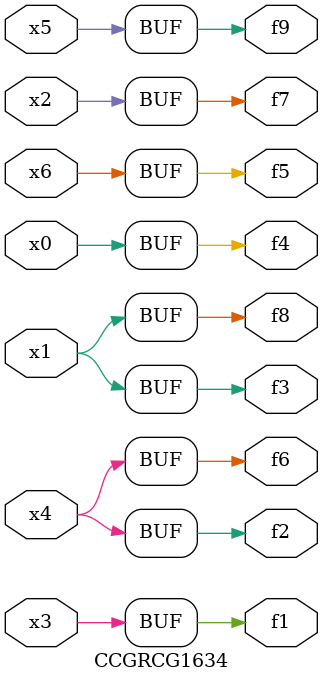
<source format=v>
module CCGRCG1634(
	input x0, x1, x2, x3, x4, x5, x6,
	output f1, f2, f3, f4, f5, f6, f7, f8, f9
);
	assign f1 = x3;
	assign f2 = x4;
	assign f3 = x1;
	assign f4 = x0;
	assign f5 = x6;
	assign f6 = x4;
	assign f7 = x2;
	assign f8 = x1;
	assign f9 = x5;
endmodule

</source>
